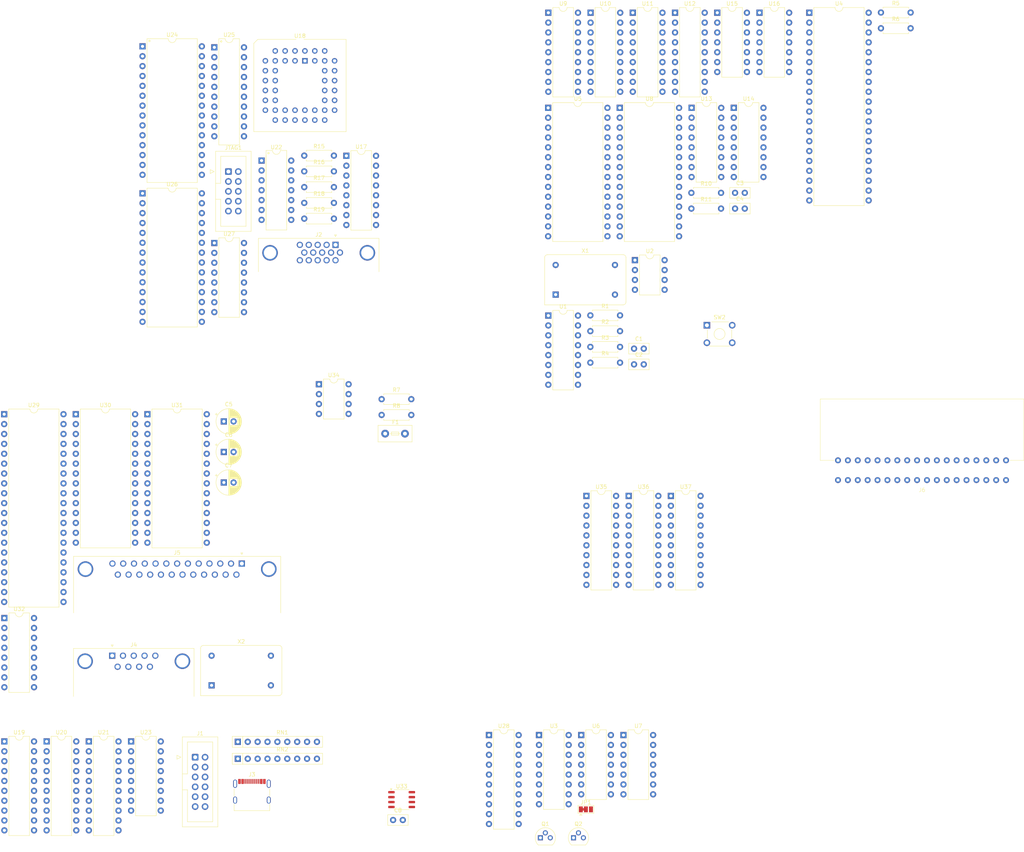
<source format=kicad_pcb>
(kicad_pcb (version 20240108) (generator "pcbnew") (generator_version "8.0")
  (layers (0 "F.Cu" signal) (31 "B.Cu" signal) (34 "B.Paste" user) (35 "F.Paste" user) (36 "B.SilkS" user "B.Silkscreen") (37 "F.SilkS" user "F.Silkscreen") (38 "B.Mask" user) (39 "F.Mask" user) (44 "Edge.Cuts" user))
  (net 0 "")
  (net 1 "GND")
  (net 2 "Net-(U2-CV)")
  (net 3 "Net-(C3-Pad1)")
  (net 4 "Net-(C4-Pad1)")
  (net 5 "VCC")
  (net 6 "Net-(U2-DIS)")
  (net 7 "Net-(Q1-B)")
  (net 8 "Net-(U2-Q)")
  (net 9 "/clock/{slash}RST")
  (net 10 "/cpu/{slash}IRQ")
  (net 11 "/cpu/{slash}NMI")
  (net 12 "Net-(R10-Pad1)")
  (net 13 "Net-(R11-Pad1)")
  (net 14 "/clock/CLK")
  (net 16 "/clock/PCLK")
  (net 19 "/cpu/A15")
  (net 20 "/cpu/{slash}SYNC")
  (net 22 "/cpu/D4")
  (net 23 "/cpu/A9")
  (net 24 "Net-(U4-R{slash}~{W})")
  (net 25 "/cpu/D3")
  (net 26 "Net-(JP1-B)")
  (net 27 "/cpu/A4")
  (net 28 "/cpu/D0")
  (net 29 "/cpu/A10")
  (net 30 "/cpu/A8")
  (net 31 "/cpu/A7")
  (net 32 "/cpu/A11")
  (net 33 "/cpu/A6")
  (net 34 "/cpu/A13")
  (net 35 "/cpu/D1")
  (net 38 "/cpu/A5")
  (net 39 "/cpu/A0")
  (net 41 "/cpu/A1")
  (net 42 "/cpu/A2")
  (net 43 "/cpu/D5")
  (net 44 "/cpu/D2")
  (net 45 "/cpu/A14")
  (net 46 "/cpu/D6")
  (net 47 "/cpu/A12")
  (net 48 "/cpu/D7")
  (net 49 "/cpu/A3")
  (net 50 "/cpu/{slash}ROMCS")
  (net 51 "/cpu/{slash}RD")
  (net 52 "/cpu/{slash}RAMCS")
  (net 53 "/cpu/R{slash}W")
  (net 54 "Net-(U11-~{CAS})")
  (net 55 "/memory/DA4")
  (net 56 "/memory/DA3")
  (net 57 "/memory/DA6")
  (net 58 "/memory/DA2")
  (net 59 "/memory/DA0")
  (net 60 "/memory/DA7")
  (net 61 "/memory/DA1")
  (net 62 "/memory/DA5")
  (net 63 "Net-(U10-~{CAS})")
  (net 64 "Net-(U13-S)")
  (net 66 "Net-(U15-Pad10)")
  (net 67 "Net-(U15-Pad2)")
  (net 72 "Net-(J2-Pad1)")
  (net 73 "Net-(J2-Pad3)")
  (net 74 "Net-(J2-Pad13)")
  (net 77 "Net-(J2-Pad14)")
  (net 78 "Net-(J2-Pad2)")
  (net 83 "Net-(JTAG1-Pin_5)")
  (net 84 "Net-(JTAG1-Pin_3)")
  (net 85 "Net-(JTAG1-Pin_9)")
  (net 87 "Net-(JTAG1-Pin_1)")
  (net 88 "Net-(Q2-E)")
  (net 89 "Net-(U32-C2-)")
  (net 90 "Net-(U32-C2+)")
  (net 91 "Net-(U32-VS+)")
  (net 92 "Net-(U17-D1)")
  (net 93 "Net-(U17-D2)")
  (net 94 "Net-(U32-VS-)")
  (net 95 "Net-(U17-D3)")
  (net 96 "Net-(U17-D0)")
  (net 99 "/vga/COL7")
  (net 100 "/vga/ROW2")
  (net 101 "/vga/ROW5")
  (net 103 "/vga/ROW4")
  (net 105 "/vga/ROW7")
  (net 106 "/vga/ROW6")
  (net 108 "/vga/ROW8")
  (net 111 "/vga/COL9")
  (net 113 "Net-(U18-M8-Pad37)")
  (net 114 "/vga/ROW1")
  (net 116 "/vga/ROW0")
  (net 117 "/vga/COL5")
  (net 120 "/vga/COL6")
  (net 121 "/vga/ROW3")
  (net 122 "/vga/COL3")
  (net 124 "/vga/COL8")
  (net 125 "/vga/COL4")
  (net 126 "Net-(Q2-B)")
  (net 127 "Net-(U24-~{OE})")
  (net 128 "Net-(U27-Qh)")
  (net 130 "Net-(U32-C1+)")
  (net 131 "/vga/GD3")
  (net 132 "/vga/GD4")
  (net 133 "/vga/GD7")
  (net 134 "/vga/GD6")
  (net 135 "/vga/GD0")
  (net 136 "/vga/GD1")
  (net 137 "/vga/GD5")
  (net 138 "/vga/GD2")
  (net 139 "Net-(U25-Q4)")
  (net 140 "Net-(U25-Q2)")
  (net 141 "Net-(U25-Q6)")
  (net 142 "Net-(U25-Q0)")
  (net 143 "Net-(U25-Q3)")
  (net 144 "Net-(U25-Q1)")
  (net 145 "Net-(U25-Q5)")
  (net 146 "Net-(U25-Q7)")
  (net 148 "Net-(U20-Q6)")
  (net 149 "Net-(U26-D5)")
  (net 150 "Net-(U26-D2)")
  (net 151 "Net-(U26-D3)")
  (net 152 "Net-(U26-D7)")
  (net 153 "Net-(U20-Q5)")
  (net 154 "Net-(U26-D1)")
  (net 155 "Net-(U26-D6)")
  (net 156 "Net-(U26-D4)")
  (net 157 "Net-(U26-D0)")
  (net 158 "Net-(U32-C1-)")
  (net 159 "Net-(J1-Pin_12)")
  (net 160 "/cpu/{slash}IO1")
  (net 161 "Net-(J1-Pin_10)")
  (net 162 "Net-(J1-Pin_8)")
  (net 163 "Net-(J1-Pin_6)")
  (net 164 "Net-(J1-Pin_4)")
  (net 167 "Net-(U32-T1OUT)")
  (net 170 "Net-(U32-R1IN)")
  (net 171 "Net-(U32-R2IN)")
  (net 172 "Net-(U32-T2OUT)")
  (net 173 "Net-(U29-CA2)")
  (net 174 "Net-(U29-CA1)")
  (net 175 "Net-(J5-P21)")
  (net 176 "Net-(J5-P17)")
  (net 177 "Net-(J5-P19)")
  (net 178 "Net-(U29-PA4)")
  (net 179 "Net-(J5-P23)")
  (net 180 "Net-(U29-PA2)")
  (net 181 "Net-(J5-P16)")
  (net 182 "Net-(J5-P22)")
  (net 183 "Net-(U29-PA0)")
  (net 184 "Net-(U29-PA6)")
  (net 185 "Net-(U29-PA5)")
  (net 186 "Net-(U29-PA7)")
  (net 187 "Net-(U29-PA3)")
  (net 188 "Net-(J5-P18)")
  (net 189 "Net-(U29-PA1)")
  (net 190 "Net-(J5-P20)")
  (net 191 "/vga/HSYNC")
  (net 192 "/vga/VSYNC")
  (net 193 "Net-(RN2-R3)")
  (net 194 "Net-(RN2-R2)")
  (net 198 "Net-(RN2-R1)")
  (net 199 "/vga/~{LOAD}")
  (net 200 "/vga/~{BLANK}")
  (net 201 "Net-(U19-Cp)")
  (net 202 "Net-(U19-OE)")
  (net 203 "Net-(U20-Cp)")
  (net 209 "/cpu/{slash}IO0")
  (net 211 "/cpu/{slash}IO2")
  (net 212 "/cpu/PH2")
  (net 213 "/io/TX")
  (net 216 "/io/RX")
  (net 217 "/io/~{RTS}")
  (net 219 "/io/~{CTS}")
  (net 220 "Net-(U30-XTAL1)")
  (net 223 "Net-(U31-TxD)")
  (net 224 "Net-(U31-~{RTS})")
  (net 226 "Net-(U31-~{CTS})")
  (net 227 "Net-(U31-RxD)")
  (net 228 "Net-(U33-V3)")
  (net 229 "Net-(U33-UD+)")
  (net 230 "Net-(U33-UD-)")
  (net 231 "Net-(J3-CC1)")
  (net 232 "Net-(J3-CC2)")
  (net 234 "Net-(JP1-C)")
  (net 236 "/cpu/{slash}IO3")
  (net 238 "/cpu/{slash}PH2")
  (net 243 "Net-(U6-Pad10)")
  (net 255 "Net-(U2-TR)")
  (net 256 "Net-(J5-P14)")
  (net 257 "Net-(U29-PB7)")
  (net 258 "Net-(U29-PB6)")
  (net 259 "Net-(J6-Pin_29)")
  (net 260 "Net-(J6-Pin_22)")
  (net 261 "Net-(J6-Pin_5)")
  (net 262 "Net-(J6-Pin_25)")
  (net 263 "Net-(J6-Pin_26)")
  (net 264 "Net-(J6-Pin_11)")
  (net 265 "Net-(J6-Pin_13)")
  (net 266 "Net-(J6-Pin_6)")
  (net 267 "Net-(J6-Pin_27)")
  (net 268 "Net-(J6-Pin_24)")
  (net 269 "Net-(J6-Pin_12)")
  (net 270 "Net-(J6-Pin_34)")
  (net 271 "Net-(J6-Pin_32)")
  (net 272 "Net-(J6-Pin_9)")
  (net 273 "Net-(J6-Pin_4)")
  (net 274 "Net-(J6-Pin_21)")
  (net 275 "Net-(J6-Pin_3)")
  (net 276 "Net-(J6-Pin_28)")
  (net 277 "Net-(J6-Pin_7)")
  (net 278 "Net-(J6-Pin_8)")
  (net 279 "Net-(J6-Pin_14)")
  (net 280 "Net-(J6-Pin_31)")
  (net 281 "Net-(J6-Pin_23)")
  (net 282 "Net-(J6-Pin_10)")
  (footprint "Package_DIP:DIP-28_W15.24mm" (layer "F.Cu") (at 45.534 58.486)
    (property "Reference" "U8")
    (property "Value" "CY62256-70PC")
  )
  (footprint "Package_DIP:DIP-20_W7.62mm" (layer "F.Cu") (at 11.936 219.716)
    (property "Reference" "U28")
    (property "Value" "74HC244")
  )
  (footprint "Package_DIP:DIP-40_W15.24mm" (layer "F.Cu") (at 94.234 34.036)
    (property "Reference" "U4")
    (property "Value" "W65C02SxP")
  )
  (footprint "Package_DIP:DIP-20_W7.62mm" (layer "F.Cu") (at 36.974 158.242)
    (property "Reference" "U35")
    (property "Value" "74HC244")
  )
  (footprint "Package_DIP:DIP-20_W7.62mm" (layer "F.Cu") (at -90.858 221.356)
    (property "Reference" "U21")
    (property "Value" "74HC245")
  )
  (footprint "Package_DIP:DIP-28_W15.24mm" (layer "F.Cu") (at 27.134 58.486)
    (property "Reference" "U5")
    (property "Value" "27128")
  )
  (footprint "Package_DIP:DIP-20_W7.62mm" (layer "F.Cu") (at -112.558 221.356)
    (property "Reference" "U19")
    (property "Value" "74HC574")
  )
  (footprint "PCM_Package_DIP_AKL:DIP-14_W7.62mm" (layer "F.Cu") (at -46.48775 72.043912)
    (property "Reference" "U22")
    (property "Value" "74HC02" (hide yes))
  )
  (footprint "Resistor_THT:R_Axial_DIN0207_L6.3mm_D2.5mm_P7.62mm_Horizontal" (layer "F.Cu") (at -35.519 74.818662)
    (property "Reference" "R16")
    (property "Value" "330R")
  )
  (footprint "PCM_Fuse_AKL:Fuse_Littelfuse_395Series" (layer "F.Cu") (at -14.732 142.23)
    (property "Reference" "F1")
    (property "Value" "Fuse" (hide yes))
  )
  (footprint "Package_DIP:DIP-16_W7.62mm" (layer "F.Cu") (at -58.619 93.228662)
    (property "Reference" "U27")
    (property "Value" "74HC166")
  )
  (footprint "Connector_IDC:IDC-Header_2x06_P2.54mm_Vertical" (layer "F.Cu") (at -63.543 225.406)
    (property "Reference" "J1")
    (property "Value" "Conn_02x06_Odd_Even")
  )
  (footprint "Connector_USB:USB_C_Receptacle_G-Switch_GT-USB-7010ASV" (layer "F.Cu") (at -48.958 235.356)
    (property "Reference" "J3")
    (property "Value" "USB_C_Receptacle_USB2.0_14P")
  )
  (footprint "Resistor_THT:R_Axial_DIN0207_L6.3mm_D2.5mm_P7.62mm_Horizontal" (layer "F.Cu") (at 63.934 84.386)
    (property "Reference" "R11")
    (property "Value" "330R")
  )
  (footprint "Package_DIP:DIP-18_W7.62mm" (layer "F.Cu") (at 27.184 34.036)
    (property "Reference" "U9")
    (property "Value" "TMS4416")
  )
  (footprint "Package_DIP:DIP-28_W15.24mm" (layer "F.Cu") (at -77.069 80.468662)
    (property "Reference" "U26")
    (property "Value" "2764")
  )
  (footprint "Package_LCC:PLCC-44_THT-Socket" (layer "F.Cu") (at -35.349 46.398662)
    (property "Reference" "U18")
    (property "Value" "XC9536PC44")
  )
  (footprint "Package_DIP:DIP-40_W15.24mm" (layer "F.Cu") (at -112.608 137.246)
    (property "Reference" "U29")
    (property "Value" "6522")
  )
  (footprint "Package_DIP:DIP-16_W7.62mm" (layer "F.Cu") (at 24.786 219.716)
    (property "Reference" "U3")
    (property "Value" "74HC138")
  )
  (footprint "Package_DIP:DIP-20_W7.62mm" (layer "F.Cu") (at 58.674 158.242)
    (property "Reference" "U37")
    (property "Value" "74HC245")
  )
  (footprint "Package_DIP:DIP-14_W7.62mm" (layer "F.Cu") (at 70.584 34.036)
    (property "Reference" "U15")
    (property "Value" "74HC04")
  )
  (footprint "Connector_IDC:IDC-Header_2x05_P2.54mm_Vertical" (layer "F.Cu") (at -55.004 74.868662)
    (property "Reference" "JTAG1")
    (property "Value" "Conn_02x05_Odd_Even")
  )
  (footprint "Capacitor_THT:C_Disc_D5.0mm_W2.5mm_P2.50mm" (layer "F.Cu") (at 75.154 84.386)
    (property "Reference" "C4")
    (property "Value" "47p")
  )
  (footprint "Package_DIP:DIP-28_W15.24mm" (layer "F.Cu") (at -75.808 137.246)
    (property "Reference" "U31")
    (property "Value" "6551")
  )
  (footprint "Package_DIP:DIP-18_W7.62mm" (layer "F.Cu") (at 59.734 34.036)
    (property "Reference" "U12")
    (property "Value" "TMS4416")
  )
  (footprint "Resistor_THT:R_Axial_DIN0207_L6.3mm_D2.5mm_P7.62mm_Horizontal" (layer "F.Cu") (at -35.519 82.918662)
    (property "Reference" "R18")
    (property "Value" "100R")
  )
  (footprint "Package_TO_SOT_THT:TO-92" (layer "F.Cu") (at 33.656 246.126)
    (property "Reference" "Q2")
    (property "Value" "BC547")
  )
  (footprint "Oscillator:Oscillator_DIP-14" (layer "F.Cu") (at 29.064 106.496)
    (property "Reference" "X1")
    (property "Value" "ACO-25.175MHz-A")
  )
  (footprint "Package_DIP:DIP-18_W7.62mm" (layer "F.Cu") (at 48.884 34.036)
    (property "Reference" "U11")
    (property "Value" "TMS4416")
  )
  (footprint "Package_DIP:DIP-16_W7.62mm" (layer "F.Cu") (at 63.984 58.486)
    (property "Reference" "U13")
    (property "Value" "74HC157")
  )
  (footprint "Resistor_THT:R_Axial_DIN0207_L6.3mm_D2.5mm_P7.62mm_Horizontal" (layer "F.Cu") (at 37.984 115.886)
    (property "Reference" "R2")
    (property "Value" "10K")
  )
  (footprint "Resistor_THT:R_Array_SIP9" (layer "F.Cu") (at -52.578 221.456)
    (property "Reference" "RN1")
    (property "Value" "4K7x8")
  )
  (footprint "Package_DIP:DIP-28_W15.24mm" (layer "F.Cu") (at -94.208 137.246)
    (property "Reference" "U30")
    (property "Value" "6551")
  )
  (footprint "Resistor_THT:R_Axial_DIN0207_L6.3mm_D2.5mm_P7.62mm_Horizontal" (layer "F.Cu") (at 37.984 111.836)
    (property "Reference" "R1")
    (property "Value" "1M")
  )
  (footprint "Capacitor_THT:C_Disc_D5.0mm_W2.5mm_P2.50mm" (layer "F.Cu") (at 75.154 80.336)
    (property "Reference" "C3")
    (property "Value" "47p")
  )
  (footprint "PCM_Package_DIP_AKL:DIP-20_W7.62mm" (layer "F.Cu") (at -58.619 42.937662)
    (property "Reference" "U25")
    (property "Value" "74HC574" (hide yes))
  )
  (footprint "Package_DIP:DIP-8_W7.62mm" (layer "F.Cu") (at 49.434 97.636)
    (property "Reference" "U2")
    (property "Value" "NE555P")
  )
  (footprint "PCM_Package_DIP_AKL:DIP-28_W15.24mm" (layer "F.Cu") (at -77.069 42.683662)
    (property "Reference" "U24")
    (property "Value" "6264" (hide yes))
  )
  (footprint "Package_DIP:DIP-20_W7.62mm" (layer "F.Cu") (at 47.824 158.242)
    (property "Reference" "U36")
    (property "Value" "74HC244")
  )
  (footprint "Connector_Dsub:DSUB-9_Male_Horizontal_P2.77x2.84mm_EdgePinOffset7.70mm_Housed_MountingHolesOffset9.12mm" (layer "F.Cu") (at -84.858 199.315338)
    (property "Reference" "J4")
    (property "Value" "DE9_Plug_MountingHoles")
  )
  (footprint "Jumper:SolderJumper-3_P1.3mm_Bridged12_Pad1.0x1.5mm" (layer "F.Cu") (at 36.836 238.816)
    (property "Reference" "JP1")
    (property "Value" "Jumper_3_Bridged12")
  )
  (footprint "Resistor_THT:R_Axial_DIN0207_L6.3mm_D2.5mm_P7.62mm_Horizontal" (layer "F.Cu") (at -35.519 70.768662)
    (property "Reference" "R15")
    (property "Value" "330R")
  )
  (footprint "Capacitor_THT:C_Disc_D5.0mm_W2.5mm_P2.50mm" (layer "F.Cu") (at 49.204 120.386)
    (property "Reference" "C1")
    (property "Value" "10n")
  )
  (footprint "Connector_Dsub:DSUB-25_Female_Horizontal_P2.77x2.84mm_EdgePinOffset9.90mm_Housed_MountingHolesOffset11.32mm" (layer "F.Cu") (at -51.558 175.635338)
    (property "Reference" "J5")
    (property "Value" "DB25_Receptacle_MountingHoles")
  )
  (footprint "Package_DIP:DIP-16_W7.62mm" (layer "F.Cu") (at -112.558 189.646)
    (property "Reference" "U32")
    (property "Value" "MAX232")
  )
  (footprint "Resistor_THT:R_Axial_DIN0207_L6.3mm_D2.5mm_P7.62mm_Horizontal" (layer "F.Cu") (at 37.984 119.936)
    (property "Reference" "R3")
    (property "Value" "10K")
  )
  (footprint "Package_DIP:DIP-14_W7.62mm" (layer "F.Cu") (at 81.434 34.036)
    (property "Reference" "U16")
    (property "Value" "74HC32")
  )
  (footprint "Oscillator:Oscillator_DIP-14" (layer "F.Cu") (at -59.328 206.936)
    (property "Reference" "X2")
    (property "Value" "ACO-1.8432MHz-A")
  )
  (footprint "Capacitor_THT:C_Disc_D5.0mm_W2.5mm_P2.50mm" (layer "F.Cu") (at 49.204 124.436)
    (property "Reference" "C2")
    (property "Value" "100n")
  )
  (footprint "Resistor_THT:R_Axial_DIN0207_L6.3mm_D2.5mm_P7.62mm_Horizontal" (layer "F.Cu") (at 112.634 33.986)
    (property "Reference" "R5")
    (property "Value" "10K")
  )
  (footprint "Resistor_THT:R_Axial_DIN0207_L6.3mm_D2.5mm_P7.62mm_Horizontal" (layer "F.Cu") (at 63.934 80.336)
    (property "Reference" "R10")
    (property "Value" "330R")
  )
  (footprint "Package_DIP:DIP-8_W7.62mm" (layer "F.Cu") (at -31.75 129.54)
    (property "Reference" "U34")
    (property "Value" "24LC256")
  )
  (footprint "Package_DIP:DIP-16_W7.62mm" (layer "F.Cu") (at 74.834 58.486)
    (property "Reference" "U14")
    (property "Value" "74HC157")
  )
  (footprint "Resistor_THT:R_Axial_DIN0207_L6.3mm_D2.5mm_P7.62mm_Horizontal" (layer "F.Cu") (at -15.642 137.43)
    (property "Reference" "R8")
    (property "Value" "4K7")
  )
  (footprint "Button_Switch_THT:SW_TH_Tactile_Omron_B3F-10xx" (layer "F.Cu") (at 67.922 114.372)
    (property "Reference" "SW2")
    (property "Value" "SW_Omron_B3FS")
  )
  (footprint "Package_DIP:DIP-18_W7.62mm" (layer "F.Cu") (at 38.034 34.036)
    (property "Reference" "U10")
    (property "Value" "TMS4416")
  )
  (footprint "Capacitor_THT:C_Disc_D5.0mm_W2.5mm_P2.50mm" (layer "F.Cu") (at -12.7 241.554)
    (property "Reference" "C8")
    (property "Value" "100n")
  )
  (footprint "Capacitor_THT:CP_Radial_D6.3mm_P2.50mm" (layer "F.Cu") (at -56.172759 154.796)
    (property "Reference" "C7")
    (property "Value" "10u")
  )
  (footprint "Resistor_THT:R_Axial_DIN0207_L6.3mm_D2.5mm_P7.62mm_Horizontal" (layer "F.Cu") (at -15.642 133.38)
    (property "Reference" "R7")
    (property "Value" "4K7")
  )
  (footprint "Capacitor_THT:CP_Radial_D6.3mm_P2.50mm" (layer "F.Cu") (at -56.172759 139.096)
    (property "Reference" "C5")
    (property "Value" "10u")
  )
  (footprint "Package_SO:SOP-8_3.9x4.9mm_P1.27mm" (layer "F.Cu") (at -10.5 236.304)
    (property "Reference" "U33")
    (property "Value" "CH340N")
  )
  (footprint "Package_DIP:DIP-16_W7.62mm" (layer "F.Cu") (at 27.184 111.886)
    (property "Reference" "U1")
    (property "Value" "74HC163")
  )
  (footprint "Resistor_THT:R_Axial_DIN0207_L6.3mm_D2.5mm_P7.62mm_Horizontal" (layer "F.Cu") (at 37.984 123.986)
    (property "Reference" "R4")
    (property "Value" "1K")
  )
  (footprint "Resistor_THT:R_Array_SIP9" (layer "F.Cu") (at -52.578 225.806)
    (property "Reference" "RN2")
    (property "Value" "10Kx8")
  )
  (footprint "Package_DIP:DIP-14_W7.62mm" (layer "F.Cu") (at 46.486 219.716)
    (property "Reference" "U7")
    (property "Value" "74HC00")
  )
  (footprint "Resistor_THT:R_Axial_DIN0207_L6.3mm_D2.5mm_P7.62mm_Horizontal" (layer "F.Cu") (at -35.519 78.868662)
    (property "Reference" "R17")
    (property "Value" "330R")
  )
  (footprint "Package_DIP:DIP-14_W7.62mm" (layer "F.Cu") (at 35.636 219.716)
    (property "Reference" "U6")
    (property "Value" "74HC04")
  )
  (footprint "8bits:EDGE_2x18" (layer "F.Cu") (at 123.19 151.638)
    (property "Reference" "J6")
    (property "Value" "Conn_02x18_Top_Bottom")
  )
  (footprint "Connector_Dsub:DSUB-15-HD_Female_Horizontal_P2.29x1.98mm_EdgePinOffset3.03mm_Housed_MountingHolesOffset4.94mm" (layer "F.Cu") (at -27.489 93.708)
    (property "Reference" "J2")
    (property "Value" "DE15_Receptacle_HighDensity_MountingHoles")
  )
  (footprint "Resistor_THT:R_Axial_DIN0207_L6.3mm_D2.5mm_P7.62mm_Horizontal" (layer "F.Cu") (at -35.519 86.968662)
    (property "Reference" "R19")
    (property "Value" "100R")
  )
  (footprint "Resistor_THT:R_Axial_DIN0207_L6.3mm_D2.5mm_P7.62mm_Horizontal" (layer "F.Cu") (at 112.634 38.036)
    (property "Reference" "R6")
    (property "Value" "10K")
  )
  (footprint "Package_DIP:DIP-16_W7.62mm" (layer "F.Cu") (at -24.699 70.818662)
    (property "Reference" "U17")
    (property "Value" "74HC174")
  )
  (footprint "Package_TO_SOT_THT:TO-92" (layer "F.Cu") (at 25.146 246.126)
    (property "Reference" "Q1")
    (property "Value" "BC547")
  )
  (footprint "Package_DIP:DIP-20_W7.62mm" (layer "F.Cu") (at -101.708 221.356)
    (property "Reference" "U20")
    (property "Value" "74HC574")
  )
  (footprint "Package_DIP:DIP-16_W7.62mm" (layer "F.Cu") (at -80.008 221.356)
    (property "Reference" "U23")
    (property "Value" "74HC138")
  )
  (footprint "Capacitor_THT:CP_Radial_D6.3mm_P2.50mm" (layer "F.Cu") (at -56.172759 146.946)
    (property "Reference" "C6")
    (property "Value" "10u")
  )
)
</source>
